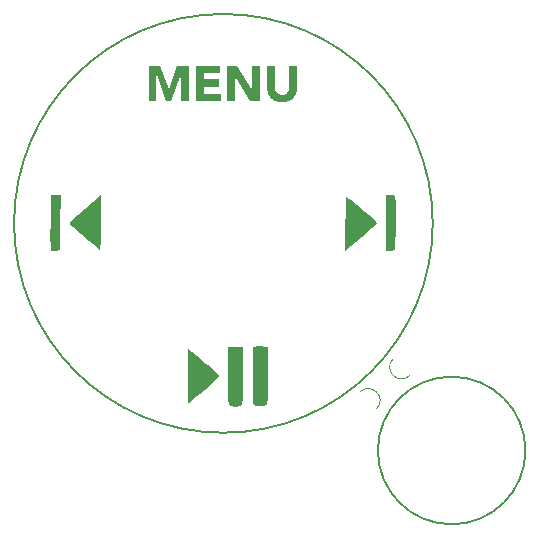
<source format=gbr>
%TF.GenerationSoftware,KiCad,Pcbnew,7.0.2-0*%
%TF.CreationDate,2023-08-13T19:41:18+08:00*%
%TF.ProjectId,Wheel,57686565-6c2e-46b6-9963-61645f706362,rev?*%
%TF.SameCoordinates,Original*%
%TF.FileFunction,Legend,Top*%
%TF.FilePolarity,Positive*%
%FSLAX46Y46*%
G04 Gerber Fmt 4.6, Leading zero omitted, Abs format (unit mm)*
G04 Created by KiCad (PCBNEW 7.0.2-0) date 2023-08-13 19:41:18*
%MOMM*%
%LPD*%
G01*
G04 APERTURE LIST*
%ADD10C,0.150000*%
%ADD11C,0.200000*%
%ADD12C,0.100000*%
G04 APERTURE END LIST*
D10*
X224801768Y-119530343D02*
G75*
G03*
X224801768Y-119530343I-6249999J0D01*
G01*
D11*
X216950282Y-100300000D02*
G75*
G03*
X216950282Y-100300000I-17725282J0D01*
G01*
D10*
G36*
X192904082Y-86938743D02*
G01*
X193899860Y-86938743D01*
X194587159Y-88897327D01*
X194595952Y-88897327D01*
X195288381Y-86938743D01*
X196280495Y-86938743D01*
X196280495Y-89940000D01*
X195621772Y-89940000D01*
X195621772Y-87638499D01*
X195613712Y-87638499D01*
X194828227Y-89940000D01*
X194326308Y-89940000D01*
X193570865Y-87638499D01*
X193562072Y-87638499D01*
X193562072Y-89940000D01*
X192904082Y-89940000D01*
X192904082Y-86938743D01*
G37*
G36*
X196891591Y-86938743D02*
G01*
X198921981Y-86938743D01*
X198921981Y-87548374D01*
X197550314Y-87548374D01*
X197550314Y-88111109D01*
X198845778Y-88111109D01*
X198845778Y-88720739D01*
X197550314Y-88720739D01*
X197550314Y-89330369D01*
X198998185Y-89330369D01*
X198998185Y-89940000D01*
X196891591Y-89940000D01*
X196891591Y-86938743D01*
G37*
G36*
X199510362Y-86938743D02*
G01*
X200405024Y-86938743D01*
X201674842Y-89024089D01*
X201683635Y-89024089D01*
X201683635Y-86938743D01*
X202342358Y-86938743D01*
X202342358Y-89940000D01*
X201481402Y-89940000D01*
X200177145Y-87803363D01*
X200168353Y-87803363D01*
X200168353Y-89940000D01*
X199510362Y-89940000D01*
X199510362Y-86938743D01*
G37*
G36*
X205452791Y-88793279D02*
G01*
X205452476Y-88826639D01*
X205451531Y-88859671D01*
X205449957Y-88892378D01*
X205447753Y-88924758D01*
X205444920Y-88956812D01*
X205441456Y-88988540D01*
X205437363Y-89019941D01*
X205432641Y-89051017D01*
X205427288Y-89081765D01*
X205421306Y-89112188D01*
X205414695Y-89142284D01*
X205407453Y-89172054D01*
X205399582Y-89201498D01*
X205391081Y-89230615D01*
X205381951Y-89259406D01*
X205372191Y-89287871D01*
X205361901Y-89315849D01*
X205350999Y-89343364D01*
X205339484Y-89370415D01*
X205321064Y-89410122D01*
X205301265Y-89448785D01*
X205280088Y-89486405D01*
X205257533Y-89522983D01*
X205233600Y-89558516D01*
X205208288Y-89593007D01*
X205181599Y-89626454D01*
X205153531Y-89658858D01*
X205134054Y-89679881D01*
X205103689Y-89710430D01*
X205071947Y-89739704D01*
X205038826Y-89767703D01*
X205004327Y-89794427D01*
X204968449Y-89819876D01*
X204943766Y-89836133D01*
X204918469Y-89851824D01*
X204892560Y-89866948D01*
X204866039Y-89881505D01*
X204838905Y-89895496D01*
X204811159Y-89908919D01*
X204782800Y-89921776D01*
X204753829Y-89934067D01*
X204739113Y-89940000D01*
X204709340Y-89951357D01*
X204679007Y-89961981D01*
X204648112Y-89971873D01*
X204616656Y-89981032D01*
X204584639Y-89989459D01*
X204552061Y-89997152D01*
X204518923Y-90004113D01*
X204485223Y-90010341D01*
X204450962Y-90015837D01*
X204416140Y-90020600D01*
X204380757Y-90024630D01*
X204344814Y-90027927D01*
X204308309Y-90030491D01*
X204271243Y-90032323D01*
X204233616Y-90033422D01*
X204195429Y-90033789D01*
X204156706Y-90033422D01*
X204118572Y-90032323D01*
X204081029Y-90030491D01*
X204044074Y-90027927D01*
X204007710Y-90024630D01*
X203971935Y-90020600D01*
X203936750Y-90015837D01*
X203902154Y-90010341D01*
X203868148Y-90004113D01*
X203834732Y-89997152D01*
X203801905Y-89989459D01*
X203769668Y-89981032D01*
X203738020Y-89971873D01*
X203706962Y-89961981D01*
X203676494Y-89951357D01*
X203646615Y-89940000D01*
X203617426Y-89927992D01*
X203588844Y-89915419D01*
X203560869Y-89902278D01*
X203533500Y-89888571D01*
X203506738Y-89874297D01*
X203480583Y-89859457D01*
X203455035Y-89844049D01*
X203430094Y-89828075D01*
X203405759Y-89811534D01*
X203370395Y-89785661D01*
X203336396Y-89758512D01*
X203303762Y-89730088D01*
X203272494Y-89700389D01*
X203252407Y-89679881D01*
X203223414Y-89648172D01*
X203195787Y-89615421D01*
X203169524Y-89581626D01*
X203144627Y-89546788D01*
X203121095Y-89510906D01*
X203098929Y-89473981D01*
X203078128Y-89436013D01*
X203058692Y-89397002D01*
X203040621Y-89356947D01*
X203029333Y-89329665D01*
X203018651Y-89301918D01*
X203013538Y-89287871D01*
X203003866Y-89259406D01*
X202994819Y-89230615D01*
X202986395Y-89201498D01*
X202978596Y-89172054D01*
X202971420Y-89142284D01*
X202964868Y-89112188D01*
X202958941Y-89081765D01*
X202953637Y-89051017D01*
X202948957Y-89019941D01*
X202944901Y-88988540D01*
X202941470Y-88956812D01*
X202938662Y-88924758D01*
X202936478Y-88892378D01*
X202934918Y-88859671D01*
X202933982Y-88826639D01*
X202933670Y-88793279D01*
X202933670Y-86938743D01*
X203591660Y-86938743D01*
X203591660Y-88770565D01*
X203592347Y-88805575D01*
X203594408Y-88839899D01*
X203597843Y-88873536D01*
X203602651Y-88906486D01*
X203608834Y-88938749D01*
X203616390Y-88970325D01*
X203625320Y-89001214D01*
X203635624Y-89031416D01*
X203647348Y-89060782D01*
X203660170Y-89089164D01*
X203674092Y-89116561D01*
X203689113Y-89142974D01*
X203705233Y-89168402D01*
X203722452Y-89192845D01*
X203740771Y-89216304D01*
X203760188Y-89238778D01*
X203780819Y-89259982D01*
X203802411Y-89279994D01*
X203824966Y-89298816D01*
X203848482Y-89316448D01*
X203872959Y-89332888D01*
X203898399Y-89348138D01*
X203924800Y-89362197D01*
X203952163Y-89375066D01*
X203980487Y-89386572D01*
X204009407Y-89396544D01*
X204038922Y-89404982D01*
X204069033Y-89411885D01*
X204099739Y-89417255D01*
X204131040Y-89421090D01*
X204162937Y-89423392D01*
X204195429Y-89424159D01*
X204227715Y-89423392D01*
X204259359Y-89421090D01*
X204290363Y-89417255D01*
X204320725Y-89411885D01*
X204350447Y-89404982D01*
X204379527Y-89396544D01*
X204407966Y-89386572D01*
X204435764Y-89375066D01*
X204462772Y-89362197D01*
X204488841Y-89348138D01*
X204513971Y-89332888D01*
X204544064Y-89312151D01*
X204572689Y-89289554D01*
X204599848Y-89265096D01*
X204620519Y-89244191D01*
X204625540Y-89238778D01*
X204645118Y-89216304D01*
X204663551Y-89192845D01*
X204680838Y-89168402D01*
X204696981Y-89142974D01*
X204711979Y-89116561D01*
X204725833Y-89089164D01*
X204738541Y-89060782D01*
X204750104Y-89031416D01*
X204760580Y-89001214D01*
X204769659Y-88970325D01*
X204777341Y-88938749D01*
X204783627Y-88906486D01*
X204788515Y-88873536D01*
X204792007Y-88839899D01*
X204794102Y-88805575D01*
X204794801Y-88770565D01*
X204794801Y-86938743D01*
X205452791Y-86938743D01*
X205452791Y-88793279D01*
G37*
%TO.C,G\u002A\u002A\u002A*%
G36*
X200875167Y-113137686D02*
G01*
X200881019Y-113997100D01*
X200876781Y-114667107D01*
X200862070Y-115158857D01*
X200836499Y-115483500D01*
X200799684Y-115652185D01*
X200787578Y-115672666D01*
X200617421Y-115761165D01*
X200333831Y-115808015D01*
X200245850Y-115810672D01*
X199945977Y-115779430D01*
X199735345Y-115700376D01*
X199704122Y-115672666D01*
X199664157Y-115544785D01*
X199635543Y-115264002D01*
X199617893Y-114819168D01*
X199610823Y-114199134D01*
X199613947Y-113392749D01*
X199616533Y-113137686D01*
X199643478Y-110740712D01*
X200245850Y-110740712D01*
X200848222Y-110740712D01*
X200875167Y-113137686D01*
G37*
G36*
X202742653Y-110729266D02*
G01*
X202771260Y-110735639D01*
X203006720Y-110794735D01*
X203006720Y-113198776D01*
X203005908Y-113955922D01*
X203002200Y-114536959D01*
X202993684Y-114966568D01*
X202978449Y-115269427D01*
X202954585Y-115470218D01*
X202920180Y-115593619D01*
X202873324Y-115664310D01*
X202812529Y-115706745D01*
X202540315Y-115789815D01*
X202222491Y-115804592D01*
X201944754Y-115753994D01*
X201812423Y-115672666D01*
X201772458Y-115544785D01*
X201743843Y-115264002D01*
X201726193Y-114819168D01*
X201719123Y-114199134D01*
X201722248Y-113392749D01*
X201724833Y-113137686D01*
X201751779Y-110740712D01*
X202143790Y-110708627D01*
X202466367Y-110702411D01*
X202742653Y-110729266D01*
G37*
D12*
%TO.C,mouse-bite-2mm-slot*%
X213602022Y-111752169D02*
G75*
G03*
X215016235Y-113166382I707107J-707106D01*
G01*
X212187808Y-115994809D02*
G75*
G03*
X210773595Y-114580596I-707107J707106D01*
G01*
%TO.C,G\u002A\u002A\u002A*%
G36*
X185420248Y-100234932D02*
G01*
X185394275Y-102591546D01*
X185029946Y-102621681D01*
X184740782Y-102609691D01*
X184616046Y-102522636D01*
X184602952Y-102392055D01*
X184593421Y-102096811D01*
X184587745Y-101666108D01*
X184586214Y-101129149D01*
X184589120Y-100515137D01*
X184592589Y-100165783D01*
X184618702Y-97938110D01*
X185032462Y-97908215D01*
X185446221Y-97878319D01*
X185420248Y-100234932D01*
G37*
G36*
X188835878Y-100211165D02*
G01*
X188834545Y-100860419D01*
X188830801Y-101440122D01*
X188825028Y-101923809D01*
X188817605Y-102285017D01*
X188808914Y-102497280D01*
X188802296Y-102543072D01*
X188720739Y-102483747D01*
X188517570Y-102320011D01*
X188218744Y-102073220D01*
X187850219Y-101764733D01*
X187614700Y-101565901D01*
X187202263Y-101215265D01*
X186830827Y-100896890D01*
X186531009Y-100637212D01*
X186333429Y-100462673D01*
X186282261Y-100415316D01*
X186225689Y-100349477D01*
X186210576Y-100278259D01*
X186253934Y-100182256D01*
X186372774Y-100042063D01*
X186584108Y-99838272D01*
X186904947Y-99551479D01*
X187352305Y-99162277D01*
X187469856Y-99060580D01*
X188835878Y-97879257D01*
X188835878Y-100211165D01*
G37*
G36*
X196535114Y-111160470D02*
G01*
X196720749Y-111317290D01*
X197015411Y-111567233D01*
X197382822Y-111879488D01*
X197786709Y-112223242D01*
X197910338Y-112328564D01*
X198975225Y-113235970D01*
X197656703Y-114368094D01*
X197233628Y-114728811D01*
X196860574Y-115042044D01*
X196561450Y-115288112D01*
X196360168Y-115447330D01*
X196281478Y-115500218D01*
X196265702Y-115409072D01*
X196251614Y-115152998D01*
X196239856Y-114758042D01*
X196231071Y-114250253D01*
X196225900Y-113655675D01*
X196224775Y-113200000D01*
X196224775Y-110899782D01*
X196535114Y-111160470D01*
G37*
G36*
X213659218Y-97906664D02*
G01*
X213783954Y-97993719D01*
X213797048Y-98124300D01*
X213806579Y-98419544D01*
X213812255Y-98850247D01*
X213813786Y-99387206D01*
X213810880Y-100001218D01*
X213807411Y-100350572D01*
X213781298Y-102578245D01*
X213367538Y-102608140D01*
X212953779Y-102638036D01*
X212979752Y-100281423D01*
X213005725Y-97924809D01*
X213370054Y-97894674D01*
X213659218Y-97906664D01*
G37*
G36*
X209679261Y-98032608D02*
G01*
X209882430Y-98196344D01*
X210181256Y-98443135D01*
X210549781Y-98751622D01*
X210785300Y-98950454D01*
X211197737Y-99301090D01*
X211569173Y-99619465D01*
X211868991Y-99879143D01*
X212066571Y-100053682D01*
X212117739Y-100101039D01*
X212174311Y-100166878D01*
X212189424Y-100238096D01*
X212146066Y-100334099D01*
X212027226Y-100474292D01*
X211815892Y-100678083D01*
X211495053Y-100964876D01*
X211047695Y-101354078D01*
X210930144Y-101455775D01*
X209564122Y-102637098D01*
X209564122Y-100305190D01*
X209565455Y-99655936D01*
X209569199Y-99076233D01*
X209574972Y-98592546D01*
X209582395Y-98231338D01*
X209591086Y-98019075D01*
X209597704Y-97973283D01*
X209679261Y-98032608D01*
G37*
%TD*%
M02*

</source>
